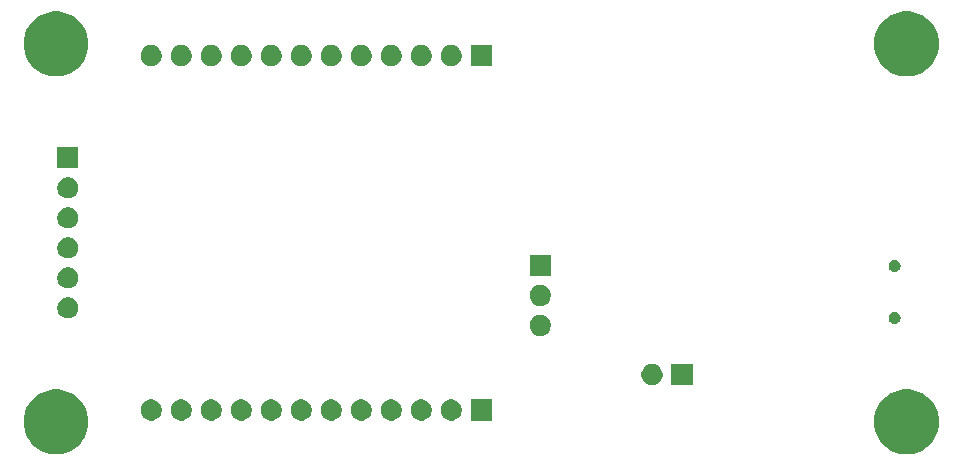
<source format=gbr>
G04 #@! TF.GenerationSoftware,KiCad,Pcbnew,5.1.5*
G04 #@! TF.CreationDate,2019-12-14T12:20:04-05:00*
G04 #@! TF.ProjectId,stm32_f0_basic,73746d33-325f-4663-905f-62617369632e,0*
G04 #@! TF.SameCoordinates,Original*
G04 #@! TF.FileFunction,Soldermask,Bot*
G04 #@! TF.FilePolarity,Negative*
%FSLAX46Y46*%
G04 Gerber Fmt 4.6, Leading zero omitted, Abs format (unit mm)*
G04 Created by KiCad (PCBNEW 5.1.5) date 2019-12-14 12:20:04*
%MOMM*%
%LPD*%
G04 APERTURE LIST*
%ADD10C,0.100000*%
G04 APERTURE END LIST*
D10*
G36*
X196536693Y-88301859D02*
G01*
X196802437Y-88354719D01*
X197303087Y-88562095D01*
X197483561Y-88682684D01*
X197753660Y-88863158D01*
X198136842Y-89246340D01*
X198317316Y-89516439D01*
X198437905Y-89696913D01*
X198645281Y-90197563D01*
X198658260Y-90262812D01*
X198745193Y-90699853D01*
X198751000Y-90729050D01*
X198751000Y-91270950D01*
X198645281Y-91802437D01*
X198437905Y-92303087D01*
X198317316Y-92483561D01*
X198136842Y-92753660D01*
X197753660Y-93136842D01*
X197483561Y-93317316D01*
X197303087Y-93437905D01*
X196802437Y-93645281D01*
X196536694Y-93698140D01*
X196270951Y-93751000D01*
X195729049Y-93751000D01*
X195463306Y-93698140D01*
X195197563Y-93645281D01*
X194696913Y-93437905D01*
X194516439Y-93317316D01*
X194246340Y-93136842D01*
X193863158Y-92753660D01*
X193682684Y-92483561D01*
X193562095Y-92303087D01*
X193354719Y-91802437D01*
X193249000Y-91270950D01*
X193249000Y-90729050D01*
X193254808Y-90699853D01*
X193341740Y-90262812D01*
X193354719Y-90197563D01*
X193562095Y-89696913D01*
X193682684Y-89516439D01*
X193863158Y-89246340D01*
X194246340Y-88863158D01*
X194516439Y-88682684D01*
X194696913Y-88562095D01*
X195197563Y-88354719D01*
X195463306Y-88301860D01*
X195729049Y-88249000D01*
X196270951Y-88249000D01*
X196536693Y-88301859D01*
G37*
G36*
X124536693Y-88301859D02*
G01*
X124802437Y-88354719D01*
X125303087Y-88562095D01*
X125483561Y-88682684D01*
X125753660Y-88863158D01*
X126136842Y-89246340D01*
X126317316Y-89516439D01*
X126437905Y-89696913D01*
X126645281Y-90197563D01*
X126658260Y-90262812D01*
X126745193Y-90699853D01*
X126751000Y-90729050D01*
X126751000Y-91270950D01*
X126645281Y-91802437D01*
X126437905Y-92303087D01*
X126317316Y-92483561D01*
X126136842Y-92753660D01*
X125753660Y-93136842D01*
X125483561Y-93317316D01*
X125303087Y-93437905D01*
X124802437Y-93645281D01*
X124536694Y-93698140D01*
X124270951Y-93751000D01*
X123729049Y-93751000D01*
X123463306Y-93698140D01*
X123197563Y-93645281D01*
X122696913Y-93437905D01*
X122516439Y-93317316D01*
X122246340Y-93136842D01*
X121863158Y-92753660D01*
X121682684Y-92483561D01*
X121562095Y-92303087D01*
X121354719Y-91802437D01*
X121249000Y-91270950D01*
X121249000Y-90729050D01*
X121254808Y-90699853D01*
X121341740Y-90262812D01*
X121354719Y-90197563D01*
X121562095Y-89696913D01*
X121682684Y-89516439D01*
X121863158Y-89246340D01*
X122246340Y-88863158D01*
X122516439Y-88682684D01*
X122696913Y-88562095D01*
X123197563Y-88354719D01*
X123463306Y-88301860D01*
X123729049Y-88249000D01*
X124270951Y-88249000D01*
X124536693Y-88301859D01*
G37*
G36*
X160901000Y-90901000D02*
G01*
X159099000Y-90901000D01*
X159099000Y-89099000D01*
X160901000Y-89099000D01*
X160901000Y-90901000D01*
G37*
G36*
X132173512Y-89103927D02*
G01*
X132322812Y-89133624D01*
X132486784Y-89201544D01*
X132634354Y-89300147D01*
X132759853Y-89425646D01*
X132858456Y-89573216D01*
X132926376Y-89737188D01*
X132961000Y-89911259D01*
X132961000Y-90088741D01*
X132926376Y-90262812D01*
X132858456Y-90426784D01*
X132759853Y-90574354D01*
X132634354Y-90699853D01*
X132486784Y-90798456D01*
X132322812Y-90866376D01*
X132173512Y-90896073D01*
X132148742Y-90901000D01*
X131971258Y-90901000D01*
X131946488Y-90896073D01*
X131797188Y-90866376D01*
X131633216Y-90798456D01*
X131485646Y-90699853D01*
X131360147Y-90574354D01*
X131261544Y-90426784D01*
X131193624Y-90262812D01*
X131159000Y-90088741D01*
X131159000Y-89911259D01*
X131193624Y-89737188D01*
X131261544Y-89573216D01*
X131360147Y-89425646D01*
X131485646Y-89300147D01*
X131633216Y-89201544D01*
X131797188Y-89133624D01*
X131946488Y-89103927D01*
X131971258Y-89099000D01*
X132148742Y-89099000D01*
X132173512Y-89103927D01*
G37*
G36*
X134713512Y-89103927D02*
G01*
X134862812Y-89133624D01*
X135026784Y-89201544D01*
X135174354Y-89300147D01*
X135299853Y-89425646D01*
X135398456Y-89573216D01*
X135466376Y-89737188D01*
X135501000Y-89911259D01*
X135501000Y-90088741D01*
X135466376Y-90262812D01*
X135398456Y-90426784D01*
X135299853Y-90574354D01*
X135174354Y-90699853D01*
X135026784Y-90798456D01*
X134862812Y-90866376D01*
X134713512Y-90896073D01*
X134688742Y-90901000D01*
X134511258Y-90901000D01*
X134486488Y-90896073D01*
X134337188Y-90866376D01*
X134173216Y-90798456D01*
X134025646Y-90699853D01*
X133900147Y-90574354D01*
X133801544Y-90426784D01*
X133733624Y-90262812D01*
X133699000Y-90088741D01*
X133699000Y-89911259D01*
X133733624Y-89737188D01*
X133801544Y-89573216D01*
X133900147Y-89425646D01*
X134025646Y-89300147D01*
X134173216Y-89201544D01*
X134337188Y-89133624D01*
X134486488Y-89103927D01*
X134511258Y-89099000D01*
X134688742Y-89099000D01*
X134713512Y-89103927D01*
G37*
G36*
X137253512Y-89103927D02*
G01*
X137402812Y-89133624D01*
X137566784Y-89201544D01*
X137714354Y-89300147D01*
X137839853Y-89425646D01*
X137938456Y-89573216D01*
X138006376Y-89737188D01*
X138041000Y-89911259D01*
X138041000Y-90088741D01*
X138006376Y-90262812D01*
X137938456Y-90426784D01*
X137839853Y-90574354D01*
X137714354Y-90699853D01*
X137566784Y-90798456D01*
X137402812Y-90866376D01*
X137253512Y-90896073D01*
X137228742Y-90901000D01*
X137051258Y-90901000D01*
X137026488Y-90896073D01*
X136877188Y-90866376D01*
X136713216Y-90798456D01*
X136565646Y-90699853D01*
X136440147Y-90574354D01*
X136341544Y-90426784D01*
X136273624Y-90262812D01*
X136239000Y-90088741D01*
X136239000Y-89911259D01*
X136273624Y-89737188D01*
X136341544Y-89573216D01*
X136440147Y-89425646D01*
X136565646Y-89300147D01*
X136713216Y-89201544D01*
X136877188Y-89133624D01*
X137026488Y-89103927D01*
X137051258Y-89099000D01*
X137228742Y-89099000D01*
X137253512Y-89103927D01*
G37*
G36*
X139793512Y-89103927D02*
G01*
X139942812Y-89133624D01*
X140106784Y-89201544D01*
X140254354Y-89300147D01*
X140379853Y-89425646D01*
X140478456Y-89573216D01*
X140546376Y-89737188D01*
X140581000Y-89911259D01*
X140581000Y-90088741D01*
X140546376Y-90262812D01*
X140478456Y-90426784D01*
X140379853Y-90574354D01*
X140254354Y-90699853D01*
X140106784Y-90798456D01*
X139942812Y-90866376D01*
X139793512Y-90896073D01*
X139768742Y-90901000D01*
X139591258Y-90901000D01*
X139566488Y-90896073D01*
X139417188Y-90866376D01*
X139253216Y-90798456D01*
X139105646Y-90699853D01*
X138980147Y-90574354D01*
X138881544Y-90426784D01*
X138813624Y-90262812D01*
X138779000Y-90088741D01*
X138779000Y-89911259D01*
X138813624Y-89737188D01*
X138881544Y-89573216D01*
X138980147Y-89425646D01*
X139105646Y-89300147D01*
X139253216Y-89201544D01*
X139417188Y-89133624D01*
X139566488Y-89103927D01*
X139591258Y-89099000D01*
X139768742Y-89099000D01*
X139793512Y-89103927D01*
G37*
G36*
X142333512Y-89103927D02*
G01*
X142482812Y-89133624D01*
X142646784Y-89201544D01*
X142794354Y-89300147D01*
X142919853Y-89425646D01*
X143018456Y-89573216D01*
X143086376Y-89737188D01*
X143121000Y-89911259D01*
X143121000Y-90088741D01*
X143086376Y-90262812D01*
X143018456Y-90426784D01*
X142919853Y-90574354D01*
X142794354Y-90699853D01*
X142646784Y-90798456D01*
X142482812Y-90866376D01*
X142333512Y-90896073D01*
X142308742Y-90901000D01*
X142131258Y-90901000D01*
X142106488Y-90896073D01*
X141957188Y-90866376D01*
X141793216Y-90798456D01*
X141645646Y-90699853D01*
X141520147Y-90574354D01*
X141421544Y-90426784D01*
X141353624Y-90262812D01*
X141319000Y-90088741D01*
X141319000Y-89911259D01*
X141353624Y-89737188D01*
X141421544Y-89573216D01*
X141520147Y-89425646D01*
X141645646Y-89300147D01*
X141793216Y-89201544D01*
X141957188Y-89133624D01*
X142106488Y-89103927D01*
X142131258Y-89099000D01*
X142308742Y-89099000D01*
X142333512Y-89103927D01*
G37*
G36*
X144873512Y-89103927D02*
G01*
X145022812Y-89133624D01*
X145186784Y-89201544D01*
X145334354Y-89300147D01*
X145459853Y-89425646D01*
X145558456Y-89573216D01*
X145626376Y-89737188D01*
X145661000Y-89911259D01*
X145661000Y-90088741D01*
X145626376Y-90262812D01*
X145558456Y-90426784D01*
X145459853Y-90574354D01*
X145334354Y-90699853D01*
X145186784Y-90798456D01*
X145022812Y-90866376D01*
X144873512Y-90896073D01*
X144848742Y-90901000D01*
X144671258Y-90901000D01*
X144646488Y-90896073D01*
X144497188Y-90866376D01*
X144333216Y-90798456D01*
X144185646Y-90699853D01*
X144060147Y-90574354D01*
X143961544Y-90426784D01*
X143893624Y-90262812D01*
X143859000Y-90088741D01*
X143859000Y-89911259D01*
X143893624Y-89737188D01*
X143961544Y-89573216D01*
X144060147Y-89425646D01*
X144185646Y-89300147D01*
X144333216Y-89201544D01*
X144497188Y-89133624D01*
X144646488Y-89103927D01*
X144671258Y-89099000D01*
X144848742Y-89099000D01*
X144873512Y-89103927D01*
G37*
G36*
X147413512Y-89103927D02*
G01*
X147562812Y-89133624D01*
X147726784Y-89201544D01*
X147874354Y-89300147D01*
X147999853Y-89425646D01*
X148098456Y-89573216D01*
X148166376Y-89737188D01*
X148201000Y-89911259D01*
X148201000Y-90088741D01*
X148166376Y-90262812D01*
X148098456Y-90426784D01*
X147999853Y-90574354D01*
X147874354Y-90699853D01*
X147726784Y-90798456D01*
X147562812Y-90866376D01*
X147413512Y-90896073D01*
X147388742Y-90901000D01*
X147211258Y-90901000D01*
X147186488Y-90896073D01*
X147037188Y-90866376D01*
X146873216Y-90798456D01*
X146725646Y-90699853D01*
X146600147Y-90574354D01*
X146501544Y-90426784D01*
X146433624Y-90262812D01*
X146399000Y-90088741D01*
X146399000Y-89911259D01*
X146433624Y-89737188D01*
X146501544Y-89573216D01*
X146600147Y-89425646D01*
X146725646Y-89300147D01*
X146873216Y-89201544D01*
X147037188Y-89133624D01*
X147186488Y-89103927D01*
X147211258Y-89099000D01*
X147388742Y-89099000D01*
X147413512Y-89103927D01*
G37*
G36*
X149953512Y-89103927D02*
G01*
X150102812Y-89133624D01*
X150266784Y-89201544D01*
X150414354Y-89300147D01*
X150539853Y-89425646D01*
X150638456Y-89573216D01*
X150706376Y-89737188D01*
X150741000Y-89911259D01*
X150741000Y-90088741D01*
X150706376Y-90262812D01*
X150638456Y-90426784D01*
X150539853Y-90574354D01*
X150414354Y-90699853D01*
X150266784Y-90798456D01*
X150102812Y-90866376D01*
X149953512Y-90896073D01*
X149928742Y-90901000D01*
X149751258Y-90901000D01*
X149726488Y-90896073D01*
X149577188Y-90866376D01*
X149413216Y-90798456D01*
X149265646Y-90699853D01*
X149140147Y-90574354D01*
X149041544Y-90426784D01*
X148973624Y-90262812D01*
X148939000Y-90088741D01*
X148939000Y-89911259D01*
X148973624Y-89737188D01*
X149041544Y-89573216D01*
X149140147Y-89425646D01*
X149265646Y-89300147D01*
X149413216Y-89201544D01*
X149577188Y-89133624D01*
X149726488Y-89103927D01*
X149751258Y-89099000D01*
X149928742Y-89099000D01*
X149953512Y-89103927D01*
G37*
G36*
X155033512Y-89103927D02*
G01*
X155182812Y-89133624D01*
X155346784Y-89201544D01*
X155494354Y-89300147D01*
X155619853Y-89425646D01*
X155718456Y-89573216D01*
X155786376Y-89737188D01*
X155821000Y-89911259D01*
X155821000Y-90088741D01*
X155786376Y-90262812D01*
X155718456Y-90426784D01*
X155619853Y-90574354D01*
X155494354Y-90699853D01*
X155346784Y-90798456D01*
X155182812Y-90866376D01*
X155033512Y-90896073D01*
X155008742Y-90901000D01*
X154831258Y-90901000D01*
X154806488Y-90896073D01*
X154657188Y-90866376D01*
X154493216Y-90798456D01*
X154345646Y-90699853D01*
X154220147Y-90574354D01*
X154121544Y-90426784D01*
X154053624Y-90262812D01*
X154019000Y-90088741D01*
X154019000Y-89911259D01*
X154053624Y-89737188D01*
X154121544Y-89573216D01*
X154220147Y-89425646D01*
X154345646Y-89300147D01*
X154493216Y-89201544D01*
X154657188Y-89133624D01*
X154806488Y-89103927D01*
X154831258Y-89099000D01*
X155008742Y-89099000D01*
X155033512Y-89103927D01*
G37*
G36*
X157573512Y-89103927D02*
G01*
X157722812Y-89133624D01*
X157886784Y-89201544D01*
X158034354Y-89300147D01*
X158159853Y-89425646D01*
X158258456Y-89573216D01*
X158326376Y-89737188D01*
X158361000Y-89911259D01*
X158361000Y-90088741D01*
X158326376Y-90262812D01*
X158258456Y-90426784D01*
X158159853Y-90574354D01*
X158034354Y-90699853D01*
X157886784Y-90798456D01*
X157722812Y-90866376D01*
X157573512Y-90896073D01*
X157548742Y-90901000D01*
X157371258Y-90901000D01*
X157346488Y-90896073D01*
X157197188Y-90866376D01*
X157033216Y-90798456D01*
X156885646Y-90699853D01*
X156760147Y-90574354D01*
X156661544Y-90426784D01*
X156593624Y-90262812D01*
X156559000Y-90088741D01*
X156559000Y-89911259D01*
X156593624Y-89737188D01*
X156661544Y-89573216D01*
X156760147Y-89425646D01*
X156885646Y-89300147D01*
X157033216Y-89201544D01*
X157197188Y-89133624D01*
X157346488Y-89103927D01*
X157371258Y-89099000D01*
X157548742Y-89099000D01*
X157573512Y-89103927D01*
G37*
G36*
X152493512Y-89103927D02*
G01*
X152642812Y-89133624D01*
X152806784Y-89201544D01*
X152954354Y-89300147D01*
X153079853Y-89425646D01*
X153178456Y-89573216D01*
X153246376Y-89737188D01*
X153281000Y-89911259D01*
X153281000Y-90088741D01*
X153246376Y-90262812D01*
X153178456Y-90426784D01*
X153079853Y-90574354D01*
X152954354Y-90699853D01*
X152806784Y-90798456D01*
X152642812Y-90866376D01*
X152493512Y-90896073D01*
X152468742Y-90901000D01*
X152291258Y-90901000D01*
X152266488Y-90896073D01*
X152117188Y-90866376D01*
X151953216Y-90798456D01*
X151805646Y-90699853D01*
X151680147Y-90574354D01*
X151581544Y-90426784D01*
X151513624Y-90262812D01*
X151479000Y-90088741D01*
X151479000Y-89911259D01*
X151513624Y-89737188D01*
X151581544Y-89573216D01*
X151680147Y-89425646D01*
X151805646Y-89300147D01*
X151953216Y-89201544D01*
X152117188Y-89133624D01*
X152266488Y-89103927D01*
X152291258Y-89099000D01*
X152468742Y-89099000D01*
X152493512Y-89103927D01*
G37*
G36*
X174573512Y-86103927D02*
G01*
X174722812Y-86133624D01*
X174886784Y-86201544D01*
X175034354Y-86300147D01*
X175159853Y-86425646D01*
X175258456Y-86573216D01*
X175326376Y-86737188D01*
X175361000Y-86911259D01*
X175361000Y-87088741D01*
X175326376Y-87262812D01*
X175258456Y-87426784D01*
X175159853Y-87574354D01*
X175034354Y-87699853D01*
X174886784Y-87798456D01*
X174722812Y-87866376D01*
X174573512Y-87896073D01*
X174548742Y-87901000D01*
X174371258Y-87901000D01*
X174346488Y-87896073D01*
X174197188Y-87866376D01*
X174033216Y-87798456D01*
X173885646Y-87699853D01*
X173760147Y-87574354D01*
X173661544Y-87426784D01*
X173593624Y-87262812D01*
X173559000Y-87088741D01*
X173559000Y-86911259D01*
X173593624Y-86737188D01*
X173661544Y-86573216D01*
X173760147Y-86425646D01*
X173885646Y-86300147D01*
X174033216Y-86201544D01*
X174197188Y-86133624D01*
X174346488Y-86103927D01*
X174371258Y-86099000D01*
X174548742Y-86099000D01*
X174573512Y-86103927D01*
G37*
G36*
X177901000Y-87901000D02*
G01*
X176099000Y-87901000D01*
X176099000Y-86099000D01*
X177901000Y-86099000D01*
X177901000Y-87901000D01*
G37*
G36*
X165113512Y-81933927D02*
G01*
X165262812Y-81963624D01*
X165426784Y-82031544D01*
X165574354Y-82130147D01*
X165699853Y-82255646D01*
X165798456Y-82403216D01*
X165866376Y-82567188D01*
X165901000Y-82741259D01*
X165901000Y-82918741D01*
X165866376Y-83092812D01*
X165798456Y-83256784D01*
X165699853Y-83404354D01*
X165574354Y-83529853D01*
X165426784Y-83628456D01*
X165262812Y-83696376D01*
X165113512Y-83726073D01*
X165088742Y-83731000D01*
X164911258Y-83731000D01*
X164886488Y-83726073D01*
X164737188Y-83696376D01*
X164573216Y-83628456D01*
X164425646Y-83529853D01*
X164300147Y-83404354D01*
X164201544Y-83256784D01*
X164133624Y-83092812D01*
X164099000Y-82918741D01*
X164099000Y-82741259D01*
X164133624Y-82567188D01*
X164201544Y-82403216D01*
X164300147Y-82255646D01*
X164425646Y-82130147D01*
X164573216Y-82031544D01*
X164737188Y-81963624D01*
X164886488Y-81933927D01*
X164911258Y-81929000D01*
X165088742Y-81929000D01*
X165113512Y-81933927D01*
G37*
G36*
X195097740Y-81708626D02*
G01*
X195146136Y-81718253D01*
X195183902Y-81733896D01*
X195237311Y-81756019D01*
X195237312Y-81756020D01*
X195319369Y-81810848D01*
X195389152Y-81880631D01*
X195389153Y-81880633D01*
X195443981Y-81962689D01*
X195466104Y-82016098D01*
X195480086Y-82049853D01*
X195481747Y-82053865D01*
X195501000Y-82150655D01*
X195501000Y-82249345D01*
X195481747Y-82346135D01*
X195443981Y-82437311D01*
X195443980Y-82437312D01*
X195389152Y-82519369D01*
X195319369Y-82589152D01*
X195278062Y-82616752D01*
X195237311Y-82643981D01*
X195183902Y-82666104D01*
X195146136Y-82681747D01*
X195097740Y-82691374D01*
X195049345Y-82701000D01*
X194950655Y-82701000D01*
X194902260Y-82691373D01*
X194853864Y-82681747D01*
X194816098Y-82666104D01*
X194762689Y-82643981D01*
X194721938Y-82616752D01*
X194680631Y-82589152D01*
X194610848Y-82519369D01*
X194556020Y-82437312D01*
X194556019Y-82437311D01*
X194518253Y-82346135D01*
X194499000Y-82249345D01*
X194499000Y-82150655D01*
X194518253Y-82053865D01*
X194519915Y-82049853D01*
X194533896Y-82016098D01*
X194556019Y-81962689D01*
X194610847Y-81880633D01*
X194610848Y-81880631D01*
X194680631Y-81810848D01*
X194762688Y-81756020D01*
X194762689Y-81756019D01*
X194816098Y-81733896D01*
X194853864Y-81718253D01*
X194902260Y-81708626D01*
X194950655Y-81699000D01*
X195049345Y-81699000D01*
X195097740Y-81708626D01*
G37*
G36*
X125113512Y-80453927D02*
G01*
X125262812Y-80483624D01*
X125426784Y-80551544D01*
X125574354Y-80650147D01*
X125699853Y-80775646D01*
X125798456Y-80923216D01*
X125866376Y-81087188D01*
X125901000Y-81261259D01*
X125901000Y-81438741D01*
X125866376Y-81612812D01*
X125798456Y-81776784D01*
X125699853Y-81924354D01*
X125574354Y-82049853D01*
X125426784Y-82148456D01*
X125262812Y-82216376D01*
X125113512Y-82246073D01*
X125088742Y-82251000D01*
X124911258Y-82251000D01*
X124886488Y-82246073D01*
X124737188Y-82216376D01*
X124573216Y-82148456D01*
X124425646Y-82049853D01*
X124300147Y-81924354D01*
X124201544Y-81776784D01*
X124133624Y-81612812D01*
X124099000Y-81438741D01*
X124099000Y-81261259D01*
X124133624Y-81087188D01*
X124201544Y-80923216D01*
X124300147Y-80775646D01*
X124425646Y-80650147D01*
X124573216Y-80551544D01*
X124737188Y-80483624D01*
X124886488Y-80453927D01*
X124911258Y-80449000D01*
X125088742Y-80449000D01*
X125113512Y-80453927D01*
G37*
G36*
X165113512Y-79393927D02*
G01*
X165262812Y-79423624D01*
X165426784Y-79491544D01*
X165574354Y-79590147D01*
X165699853Y-79715646D01*
X165798456Y-79863216D01*
X165866376Y-80027188D01*
X165901000Y-80201259D01*
X165901000Y-80378741D01*
X165866376Y-80552812D01*
X165798456Y-80716784D01*
X165699853Y-80864354D01*
X165574354Y-80989853D01*
X165426784Y-81088456D01*
X165262812Y-81156376D01*
X165113512Y-81186073D01*
X165088742Y-81191000D01*
X164911258Y-81191000D01*
X164886488Y-81186073D01*
X164737188Y-81156376D01*
X164573216Y-81088456D01*
X164425646Y-80989853D01*
X164300147Y-80864354D01*
X164201544Y-80716784D01*
X164133624Y-80552812D01*
X164099000Y-80378741D01*
X164099000Y-80201259D01*
X164133624Y-80027188D01*
X164201544Y-79863216D01*
X164300147Y-79715646D01*
X164425646Y-79590147D01*
X164573216Y-79491544D01*
X164737188Y-79423624D01*
X164886488Y-79393927D01*
X164911258Y-79389000D01*
X165088742Y-79389000D01*
X165113512Y-79393927D01*
G37*
G36*
X125113512Y-77913927D02*
G01*
X125262812Y-77943624D01*
X125426784Y-78011544D01*
X125574354Y-78110147D01*
X125699853Y-78235646D01*
X125798456Y-78383216D01*
X125866376Y-78547188D01*
X125901000Y-78721259D01*
X125901000Y-78898741D01*
X125866376Y-79072812D01*
X125798456Y-79236784D01*
X125699853Y-79384354D01*
X125574354Y-79509853D01*
X125426784Y-79608456D01*
X125262812Y-79676376D01*
X125113512Y-79706073D01*
X125088742Y-79711000D01*
X124911258Y-79711000D01*
X124886488Y-79706073D01*
X124737188Y-79676376D01*
X124573216Y-79608456D01*
X124425646Y-79509853D01*
X124300147Y-79384354D01*
X124201544Y-79236784D01*
X124133624Y-79072812D01*
X124099000Y-78898741D01*
X124099000Y-78721259D01*
X124133624Y-78547188D01*
X124201544Y-78383216D01*
X124300147Y-78235646D01*
X124425646Y-78110147D01*
X124573216Y-78011544D01*
X124737188Y-77943624D01*
X124886488Y-77913927D01*
X124911258Y-77909000D01*
X125088742Y-77909000D01*
X125113512Y-77913927D01*
G37*
G36*
X165901000Y-78651000D02*
G01*
X164099000Y-78651000D01*
X164099000Y-76849000D01*
X165901000Y-76849000D01*
X165901000Y-78651000D01*
G37*
G36*
X195097740Y-77308627D02*
G01*
X195146136Y-77318253D01*
X195183902Y-77333896D01*
X195237311Y-77356019D01*
X195237312Y-77356020D01*
X195319369Y-77410848D01*
X195389152Y-77480631D01*
X195389153Y-77480633D01*
X195443981Y-77562689D01*
X195466104Y-77616098D01*
X195481747Y-77653864D01*
X195501000Y-77750656D01*
X195501000Y-77849344D01*
X195482247Y-77943624D01*
X195481747Y-77946135D01*
X195443981Y-78037311D01*
X195443980Y-78037312D01*
X195389152Y-78119369D01*
X195319369Y-78189152D01*
X195278062Y-78216752D01*
X195237311Y-78243981D01*
X195183902Y-78266104D01*
X195146136Y-78281747D01*
X195097740Y-78291373D01*
X195049345Y-78301000D01*
X194950655Y-78301000D01*
X194902260Y-78291373D01*
X194853864Y-78281747D01*
X194816098Y-78266104D01*
X194762689Y-78243981D01*
X194721938Y-78216752D01*
X194680631Y-78189152D01*
X194610848Y-78119369D01*
X194556020Y-78037312D01*
X194556019Y-78037311D01*
X194518253Y-77946135D01*
X194517754Y-77943624D01*
X194499000Y-77849344D01*
X194499000Y-77750656D01*
X194518253Y-77653864D01*
X194533896Y-77616098D01*
X194556019Y-77562689D01*
X194610847Y-77480633D01*
X194610848Y-77480631D01*
X194680631Y-77410848D01*
X194762688Y-77356020D01*
X194762689Y-77356019D01*
X194816098Y-77333896D01*
X194853864Y-77318253D01*
X194902260Y-77308627D01*
X194950655Y-77299000D01*
X195049345Y-77299000D01*
X195097740Y-77308627D01*
G37*
G36*
X125113512Y-75373927D02*
G01*
X125262812Y-75403624D01*
X125426784Y-75471544D01*
X125574354Y-75570147D01*
X125699853Y-75695646D01*
X125798456Y-75843216D01*
X125866376Y-76007188D01*
X125901000Y-76181259D01*
X125901000Y-76358741D01*
X125866376Y-76532812D01*
X125798456Y-76696784D01*
X125699853Y-76844354D01*
X125574354Y-76969853D01*
X125426784Y-77068456D01*
X125262812Y-77136376D01*
X125113512Y-77166073D01*
X125088742Y-77171000D01*
X124911258Y-77171000D01*
X124886488Y-77166073D01*
X124737188Y-77136376D01*
X124573216Y-77068456D01*
X124425646Y-76969853D01*
X124300147Y-76844354D01*
X124201544Y-76696784D01*
X124133624Y-76532812D01*
X124099000Y-76358741D01*
X124099000Y-76181259D01*
X124133624Y-76007188D01*
X124201544Y-75843216D01*
X124300147Y-75695646D01*
X124425646Y-75570147D01*
X124573216Y-75471544D01*
X124737188Y-75403624D01*
X124886488Y-75373927D01*
X124911258Y-75369000D01*
X125088742Y-75369000D01*
X125113512Y-75373927D01*
G37*
G36*
X125113512Y-72833927D02*
G01*
X125262812Y-72863624D01*
X125426784Y-72931544D01*
X125574354Y-73030147D01*
X125699853Y-73155646D01*
X125798456Y-73303216D01*
X125866376Y-73467188D01*
X125901000Y-73641259D01*
X125901000Y-73818741D01*
X125866376Y-73992812D01*
X125798456Y-74156784D01*
X125699853Y-74304354D01*
X125574354Y-74429853D01*
X125426784Y-74528456D01*
X125262812Y-74596376D01*
X125113512Y-74626073D01*
X125088742Y-74631000D01*
X124911258Y-74631000D01*
X124886488Y-74626073D01*
X124737188Y-74596376D01*
X124573216Y-74528456D01*
X124425646Y-74429853D01*
X124300147Y-74304354D01*
X124201544Y-74156784D01*
X124133624Y-73992812D01*
X124099000Y-73818741D01*
X124099000Y-73641259D01*
X124133624Y-73467188D01*
X124201544Y-73303216D01*
X124300147Y-73155646D01*
X124425646Y-73030147D01*
X124573216Y-72931544D01*
X124737188Y-72863624D01*
X124886488Y-72833927D01*
X124911258Y-72829000D01*
X125088742Y-72829000D01*
X125113512Y-72833927D01*
G37*
G36*
X125113512Y-70293927D02*
G01*
X125262812Y-70323624D01*
X125426784Y-70391544D01*
X125574354Y-70490147D01*
X125699853Y-70615646D01*
X125798456Y-70763216D01*
X125866376Y-70927188D01*
X125901000Y-71101259D01*
X125901000Y-71278741D01*
X125866376Y-71452812D01*
X125798456Y-71616784D01*
X125699853Y-71764354D01*
X125574354Y-71889853D01*
X125426784Y-71988456D01*
X125262812Y-72056376D01*
X125113512Y-72086073D01*
X125088742Y-72091000D01*
X124911258Y-72091000D01*
X124886488Y-72086073D01*
X124737188Y-72056376D01*
X124573216Y-71988456D01*
X124425646Y-71889853D01*
X124300147Y-71764354D01*
X124201544Y-71616784D01*
X124133624Y-71452812D01*
X124099000Y-71278741D01*
X124099000Y-71101259D01*
X124133624Y-70927188D01*
X124201544Y-70763216D01*
X124300147Y-70615646D01*
X124425646Y-70490147D01*
X124573216Y-70391544D01*
X124737188Y-70323624D01*
X124886488Y-70293927D01*
X124911258Y-70289000D01*
X125088742Y-70289000D01*
X125113512Y-70293927D01*
G37*
G36*
X125901000Y-69551000D02*
G01*
X124099000Y-69551000D01*
X124099000Y-67749000D01*
X125901000Y-67749000D01*
X125901000Y-69551000D01*
G37*
G36*
X196536693Y-56301859D02*
G01*
X196802437Y-56354719D01*
X197303087Y-56562095D01*
X197483561Y-56682684D01*
X197753660Y-56863158D01*
X198136842Y-57246340D01*
X198317316Y-57516439D01*
X198437905Y-57696913D01*
X198437905Y-57696914D01*
X198645281Y-58197564D01*
X198751000Y-58729049D01*
X198751000Y-59270951D01*
X198745192Y-59300148D01*
X198645281Y-59802437D01*
X198437905Y-60303087D01*
X198355254Y-60426782D01*
X198136842Y-60753660D01*
X197753660Y-61136842D01*
X197483561Y-61317316D01*
X197303087Y-61437905D01*
X196802437Y-61645281D01*
X196536694Y-61698140D01*
X196270951Y-61751000D01*
X195729049Y-61751000D01*
X195463306Y-61698140D01*
X195197563Y-61645281D01*
X194696913Y-61437905D01*
X194516439Y-61317316D01*
X194246340Y-61136842D01*
X193863158Y-60753660D01*
X193644746Y-60426782D01*
X193562095Y-60303087D01*
X193354719Y-59802437D01*
X193254808Y-59300148D01*
X193249000Y-59270951D01*
X193249000Y-58729049D01*
X193354719Y-58197564D01*
X193562095Y-57696914D01*
X193562095Y-57696913D01*
X193682684Y-57516439D01*
X193863158Y-57246340D01*
X194246340Y-56863158D01*
X194516439Y-56682684D01*
X194696913Y-56562095D01*
X195197563Y-56354719D01*
X195463307Y-56301859D01*
X195729049Y-56249000D01*
X196270951Y-56249000D01*
X196536693Y-56301859D01*
G37*
G36*
X124536693Y-56301859D02*
G01*
X124802437Y-56354719D01*
X125303087Y-56562095D01*
X125483561Y-56682684D01*
X125753660Y-56863158D01*
X126136842Y-57246340D01*
X126317316Y-57516439D01*
X126437905Y-57696913D01*
X126437905Y-57696914D01*
X126645281Y-58197564D01*
X126751000Y-58729049D01*
X126751000Y-59270951D01*
X126745192Y-59300148D01*
X126645281Y-59802437D01*
X126437905Y-60303087D01*
X126355254Y-60426782D01*
X126136842Y-60753660D01*
X125753660Y-61136842D01*
X125483561Y-61317316D01*
X125303087Y-61437905D01*
X124802437Y-61645281D01*
X124536694Y-61698140D01*
X124270951Y-61751000D01*
X123729049Y-61751000D01*
X123463306Y-61698140D01*
X123197563Y-61645281D01*
X122696913Y-61437905D01*
X122516439Y-61317316D01*
X122246340Y-61136842D01*
X121863158Y-60753660D01*
X121644746Y-60426782D01*
X121562095Y-60303087D01*
X121354719Y-59802437D01*
X121254808Y-59300148D01*
X121249000Y-59270951D01*
X121249000Y-58729049D01*
X121354719Y-58197564D01*
X121562095Y-57696914D01*
X121562095Y-57696913D01*
X121682684Y-57516439D01*
X121863158Y-57246340D01*
X122246340Y-56863158D01*
X122516439Y-56682684D01*
X122696913Y-56562095D01*
X123197563Y-56354719D01*
X123463307Y-56301859D01*
X123729049Y-56249000D01*
X124270951Y-56249000D01*
X124536693Y-56301859D01*
G37*
G36*
X132173512Y-59103927D02*
G01*
X132322812Y-59133624D01*
X132486784Y-59201544D01*
X132634354Y-59300147D01*
X132759853Y-59425646D01*
X132858456Y-59573216D01*
X132926376Y-59737188D01*
X132961000Y-59911259D01*
X132961000Y-60088741D01*
X132926376Y-60262812D01*
X132858456Y-60426784D01*
X132759853Y-60574354D01*
X132634354Y-60699853D01*
X132486784Y-60798456D01*
X132322812Y-60866376D01*
X132173512Y-60896073D01*
X132148742Y-60901000D01*
X131971258Y-60901000D01*
X131946488Y-60896073D01*
X131797188Y-60866376D01*
X131633216Y-60798456D01*
X131485646Y-60699853D01*
X131360147Y-60574354D01*
X131261544Y-60426784D01*
X131193624Y-60262812D01*
X131159000Y-60088741D01*
X131159000Y-59911259D01*
X131193624Y-59737188D01*
X131261544Y-59573216D01*
X131360147Y-59425646D01*
X131485646Y-59300147D01*
X131633216Y-59201544D01*
X131797188Y-59133624D01*
X131946488Y-59103927D01*
X131971258Y-59099000D01*
X132148742Y-59099000D01*
X132173512Y-59103927D01*
G37*
G36*
X134713512Y-59103927D02*
G01*
X134862812Y-59133624D01*
X135026784Y-59201544D01*
X135174354Y-59300147D01*
X135299853Y-59425646D01*
X135398456Y-59573216D01*
X135466376Y-59737188D01*
X135501000Y-59911259D01*
X135501000Y-60088741D01*
X135466376Y-60262812D01*
X135398456Y-60426784D01*
X135299853Y-60574354D01*
X135174354Y-60699853D01*
X135026784Y-60798456D01*
X134862812Y-60866376D01*
X134713512Y-60896073D01*
X134688742Y-60901000D01*
X134511258Y-60901000D01*
X134486488Y-60896073D01*
X134337188Y-60866376D01*
X134173216Y-60798456D01*
X134025646Y-60699853D01*
X133900147Y-60574354D01*
X133801544Y-60426784D01*
X133733624Y-60262812D01*
X133699000Y-60088741D01*
X133699000Y-59911259D01*
X133733624Y-59737188D01*
X133801544Y-59573216D01*
X133900147Y-59425646D01*
X134025646Y-59300147D01*
X134173216Y-59201544D01*
X134337188Y-59133624D01*
X134486488Y-59103927D01*
X134511258Y-59099000D01*
X134688742Y-59099000D01*
X134713512Y-59103927D01*
G37*
G36*
X137253512Y-59103927D02*
G01*
X137402812Y-59133624D01*
X137566784Y-59201544D01*
X137714354Y-59300147D01*
X137839853Y-59425646D01*
X137938456Y-59573216D01*
X138006376Y-59737188D01*
X138041000Y-59911259D01*
X138041000Y-60088741D01*
X138006376Y-60262812D01*
X137938456Y-60426784D01*
X137839853Y-60574354D01*
X137714354Y-60699853D01*
X137566784Y-60798456D01*
X137402812Y-60866376D01*
X137253512Y-60896073D01*
X137228742Y-60901000D01*
X137051258Y-60901000D01*
X137026488Y-60896073D01*
X136877188Y-60866376D01*
X136713216Y-60798456D01*
X136565646Y-60699853D01*
X136440147Y-60574354D01*
X136341544Y-60426784D01*
X136273624Y-60262812D01*
X136239000Y-60088741D01*
X136239000Y-59911259D01*
X136273624Y-59737188D01*
X136341544Y-59573216D01*
X136440147Y-59425646D01*
X136565646Y-59300147D01*
X136713216Y-59201544D01*
X136877188Y-59133624D01*
X137026488Y-59103927D01*
X137051258Y-59099000D01*
X137228742Y-59099000D01*
X137253512Y-59103927D01*
G37*
G36*
X139793512Y-59103927D02*
G01*
X139942812Y-59133624D01*
X140106784Y-59201544D01*
X140254354Y-59300147D01*
X140379853Y-59425646D01*
X140478456Y-59573216D01*
X140546376Y-59737188D01*
X140581000Y-59911259D01*
X140581000Y-60088741D01*
X140546376Y-60262812D01*
X140478456Y-60426784D01*
X140379853Y-60574354D01*
X140254354Y-60699853D01*
X140106784Y-60798456D01*
X139942812Y-60866376D01*
X139793512Y-60896073D01*
X139768742Y-60901000D01*
X139591258Y-60901000D01*
X139566488Y-60896073D01*
X139417188Y-60866376D01*
X139253216Y-60798456D01*
X139105646Y-60699853D01*
X138980147Y-60574354D01*
X138881544Y-60426784D01*
X138813624Y-60262812D01*
X138779000Y-60088741D01*
X138779000Y-59911259D01*
X138813624Y-59737188D01*
X138881544Y-59573216D01*
X138980147Y-59425646D01*
X139105646Y-59300147D01*
X139253216Y-59201544D01*
X139417188Y-59133624D01*
X139566488Y-59103927D01*
X139591258Y-59099000D01*
X139768742Y-59099000D01*
X139793512Y-59103927D01*
G37*
G36*
X142333512Y-59103927D02*
G01*
X142482812Y-59133624D01*
X142646784Y-59201544D01*
X142794354Y-59300147D01*
X142919853Y-59425646D01*
X143018456Y-59573216D01*
X143086376Y-59737188D01*
X143121000Y-59911259D01*
X143121000Y-60088741D01*
X143086376Y-60262812D01*
X143018456Y-60426784D01*
X142919853Y-60574354D01*
X142794354Y-60699853D01*
X142646784Y-60798456D01*
X142482812Y-60866376D01*
X142333512Y-60896073D01*
X142308742Y-60901000D01*
X142131258Y-60901000D01*
X142106488Y-60896073D01*
X141957188Y-60866376D01*
X141793216Y-60798456D01*
X141645646Y-60699853D01*
X141520147Y-60574354D01*
X141421544Y-60426784D01*
X141353624Y-60262812D01*
X141319000Y-60088741D01*
X141319000Y-59911259D01*
X141353624Y-59737188D01*
X141421544Y-59573216D01*
X141520147Y-59425646D01*
X141645646Y-59300147D01*
X141793216Y-59201544D01*
X141957188Y-59133624D01*
X142106488Y-59103927D01*
X142131258Y-59099000D01*
X142308742Y-59099000D01*
X142333512Y-59103927D01*
G37*
G36*
X144873512Y-59103927D02*
G01*
X145022812Y-59133624D01*
X145186784Y-59201544D01*
X145334354Y-59300147D01*
X145459853Y-59425646D01*
X145558456Y-59573216D01*
X145626376Y-59737188D01*
X145661000Y-59911259D01*
X145661000Y-60088741D01*
X145626376Y-60262812D01*
X145558456Y-60426784D01*
X145459853Y-60574354D01*
X145334354Y-60699853D01*
X145186784Y-60798456D01*
X145022812Y-60866376D01*
X144873512Y-60896073D01*
X144848742Y-60901000D01*
X144671258Y-60901000D01*
X144646488Y-60896073D01*
X144497188Y-60866376D01*
X144333216Y-60798456D01*
X144185646Y-60699853D01*
X144060147Y-60574354D01*
X143961544Y-60426784D01*
X143893624Y-60262812D01*
X143859000Y-60088741D01*
X143859000Y-59911259D01*
X143893624Y-59737188D01*
X143961544Y-59573216D01*
X144060147Y-59425646D01*
X144185646Y-59300147D01*
X144333216Y-59201544D01*
X144497188Y-59133624D01*
X144646488Y-59103927D01*
X144671258Y-59099000D01*
X144848742Y-59099000D01*
X144873512Y-59103927D01*
G37*
G36*
X147413512Y-59103927D02*
G01*
X147562812Y-59133624D01*
X147726784Y-59201544D01*
X147874354Y-59300147D01*
X147999853Y-59425646D01*
X148098456Y-59573216D01*
X148166376Y-59737188D01*
X148201000Y-59911259D01*
X148201000Y-60088741D01*
X148166376Y-60262812D01*
X148098456Y-60426784D01*
X147999853Y-60574354D01*
X147874354Y-60699853D01*
X147726784Y-60798456D01*
X147562812Y-60866376D01*
X147413512Y-60896073D01*
X147388742Y-60901000D01*
X147211258Y-60901000D01*
X147186488Y-60896073D01*
X147037188Y-60866376D01*
X146873216Y-60798456D01*
X146725646Y-60699853D01*
X146600147Y-60574354D01*
X146501544Y-60426784D01*
X146433624Y-60262812D01*
X146399000Y-60088741D01*
X146399000Y-59911259D01*
X146433624Y-59737188D01*
X146501544Y-59573216D01*
X146600147Y-59425646D01*
X146725646Y-59300147D01*
X146873216Y-59201544D01*
X147037188Y-59133624D01*
X147186488Y-59103927D01*
X147211258Y-59099000D01*
X147388742Y-59099000D01*
X147413512Y-59103927D01*
G37*
G36*
X152493512Y-59103927D02*
G01*
X152642812Y-59133624D01*
X152806784Y-59201544D01*
X152954354Y-59300147D01*
X153079853Y-59425646D01*
X153178456Y-59573216D01*
X153246376Y-59737188D01*
X153281000Y-59911259D01*
X153281000Y-60088741D01*
X153246376Y-60262812D01*
X153178456Y-60426784D01*
X153079853Y-60574354D01*
X152954354Y-60699853D01*
X152806784Y-60798456D01*
X152642812Y-60866376D01*
X152493512Y-60896073D01*
X152468742Y-60901000D01*
X152291258Y-60901000D01*
X152266488Y-60896073D01*
X152117188Y-60866376D01*
X151953216Y-60798456D01*
X151805646Y-60699853D01*
X151680147Y-60574354D01*
X151581544Y-60426784D01*
X151513624Y-60262812D01*
X151479000Y-60088741D01*
X151479000Y-59911259D01*
X151513624Y-59737188D01*
X151581544Y-59573216D01*
X151680147Y-59425646D01*
X151805646Y-59300147D01*
X151953216Y-59201544D01*
X152117188Y-59133624D01*
X152266488Y-59103927D01*
X152291258Y-59099000D01*
X152468742Y-59099000D01*
X152493512Y-59103927D01*
G37*
G36*
X155033512Y-59103927D02*
G01*
X155182812Y-59133624D01*
X155346784Y-59201544D01*
X155494354Y-59300147D01*
X155619853Y-59425646D01*
X155718456Y-59573216D01*
X155786376Y-59737188D01*
X155821000Y-59911259D01*
X155821000Y-60088741D01*
X155786376Y-60262812D01*
X155718456Y-60426784D01*
X155619853Y-60574354D01*
X155494354Y-60699853D01*
X155346784Y-60798456D01*
X155182812Y-60866376D01*
X155033512Y-60896073D01*
X155008742Y-60901000D01*
X154831258Y-60901000D01*
X154806488Y-60896073D01*
X154657188Y-60866376D01*
X154493216Y-60798456D01*
X154345646Y-60699853D01*
X154220147Y-60574354D01*
X154121544Y-60426784D01*
X154053624Y-60262812D01*
X154019000Y-60088741D01*
X154019000Y-59911259D01*
X154053624Y-59737188D01*
X154121544Y-59573216D01*
X154220147Y-59425646D01*
X154345646Y-59300147D01*
X154493216Y-59201544D01*
X154657188Y-59133624D01*
X154806488Y-59103927D01*
X154831258Y-59099000D01*
X155008742Y-59099000D01*
X155033512Y-59103927D01*
G37*
G36*
X157573512Y-59103927D02*
G01*
X157722812Y-59133624D01*
X157886784Y-59201544D01*
X158034354Y-59300147D01*
X158159853Y-59425646D01*
X158258456Y-59573216D01*
X158326376Y-59737188D01*
X158361000Y-59911259D01*
X158361000Y-60088741D01*
X158326376Y-60262812D01*
X158258456Y-60426784D01*
X158159853Y-60574354D01*
X158034354Y-60699853D01*
X157886784Y-60798456D01*
X157722812Y-60866376D01*
X157573512Y-60896073D01*
X157548742Y-60901000D01*
X157371258Y-60901000D01*
X157346488Y-60896073D01*
X157197188Y-60866376D01*
X157033216Y-60798456D01*
X156885646Y-60699853D01*
X156760147Y-60574354D01*
X156661544Y-60426784D01*
X156593624Y-60262812D01*
X156559000Y-60088741D01*
X156559000Y-59911259D01*
X156593624Y-59737188D01*
X156661544Y-59573216D01*
X156760147Y-59425646D01*
X156885646Y-59300147D01*
X157033216Y-59201544D01*
X157197188Y-59133624D01*
X157346488Y-59103927D01*
X157371258Y-59099000D01*
X157548742Y-59099000D01*
X157573512Y-59103927D01*
G37*
G36*
X149953512Y-59103927D02*
G01*
X150102812Y-59133624D01*
X150266784Y-59201544D01*
X150414354Y-59300147D01*
X150539853Y-59425646D01*
X150638456Y-59573216D01*
X150706376Y-59737188D01*
X150741000Y-59911259D01*
X150741000Y-60088741D01*
X150706376Y-60262812D01*
X150638456Y-60426784D01*
X150539853Y-60574354D01*
X150414354Y-60699853D01*
X150266784Y-60798456D01*
X150102812Y-60866376D01*
X149953512Y-60896073D01*
X149928742Y-60901000D01*
X149751258Y-60901000D01*
X149726488Y-60896073D01*
X149577188Y-60866376D01*
X149413216Y-60798456D01*
X149265646Y-60699853D01*
X149140147Y-60574354D01*
X149041544Y-60426784D01*
X148973624Y-60262812D01*
X148939000Y-60088741D01*
X148939000Y-59911259D01*
X148973624Y-59737188D01*
X149041544Y-59573216D01*
X149140147Y-59425646D01*
X149265646Y-59300147D01*
X149413216Y-59201544D01*
X149577188Y-59133624D01*
X149726488Y-59103927D01*
X149751258Y-59099000D01*
X149928742Y-59099000D01*
X149953512Y-59103927D01*
G37*
G36*
X160901000Y-60901000D02*
G01*
X159099000Y-60901000D01*
X159099000Y-59099000D01*
X160901000Y-59099000D01*
X160901000Y-60901000D01*
G37*
M02*

</source>
